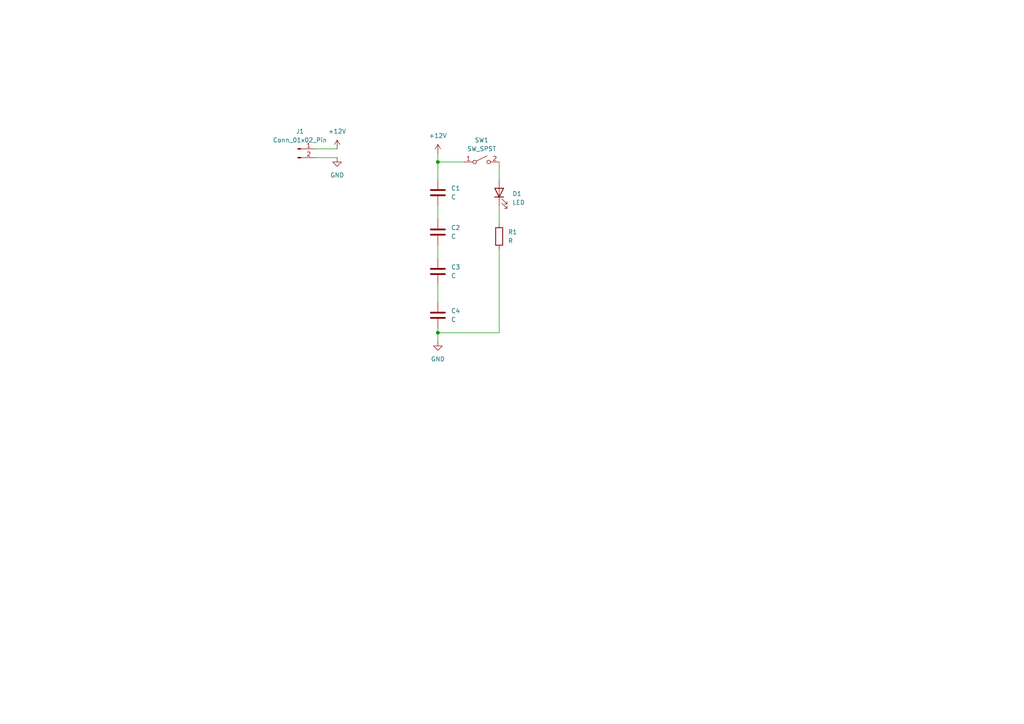
<source format=kicad_sch>
(kicad_sch (version 20250114) (generator "eeschema") (generator_version "9.0")
  (paper "A4")
  (lib_symbols
    (symbol "Connector:Conn_01x02_Pin" (pin_names (offset 1.016) (hide yes))
      (property "Reference" "J" (at 0 2.54 0))
      (property "Value" "Conn_01x02_Pin" (at 0 -5.08 0))
      (symbol "Conn_01x02_Pin_1_1"
        (rectangle (start 0.8636 0.127) (end 0 -0.127) (stroke (width 0.1524)) (fill (type outline)))
        (rectangle (start 0.8636 -2.413) (end 0 -2.667) (stroke (width 0.1524)) (fill (type outline)))
        (polyline (pts (xy 1.27 0) (xy 0.8636 0)) (stroke (width 0.1524)))
        (polyline (pts (xy 1.27 -2.54) (xy 0.8636 -2.54)) (stroke (width 0.1524)))
        (pin passive line (at 5.08 0 180) (length 3.81) (name "Pin_1") (number "1"))
        (pin passive line (at 5.08 -2.54 180) (length 3.81) (name "Pin_2") (number "2"))
      )
    )
    (symbol "Device:C" (pin_numbers (hide yes)) (pin_names (offset 0.254))
      (property "Reference" "C" (at 0.635 2.54 0))
      (property "Value" "C" (at 0.635 -2.54 0))
      (symbol "C_0_1"
        (polyline (pts (xy -2.032 0.762) (xy 2.032 0.762)) (stroke (width 0.508)))
        (polyline (pts (xy -2.032 -0.762) (xy 2.032 -0.762)) (stroke (width 0.508)))
      )
      (symbol "C_1_1"
        (pin passive line (at 0 3.81 270) (length 2.794) (name "~") (number "1"))
        (pin passive line (at 0 -3.81 90) (length 2.794) (name "~") (number "2"))
      )
    )
    (symbol "Device:LED" (pin_numbers (hide yes)) (pin_names (offset 1.016) (hide yes))
      (property "Reference" "D" (at 0 2.54 0))
      (property "Value" "LED" (at 0 -2.54 0))
      (symbol "LED_0_1"
        (polyline (pts (xy -3.048 -0.762) (xy -4.572 -2.286) (xy -3.81 -2.286) (xy -4.572 -2.286) (xy -4.572 -1.524)))
        (polyline (pts (xy -1.778 -0.762) (xy -3.302 -2.286) (xy -2.54 -2.286) (xy -3.302 -2.286) (xy -3.302 -1.524)))
        (polyline (pts (xy -1.27 0) (xy 1.27 0)))
        (polyline (pts (xy -1.27 -1.27) (xy -1.27 1.27)) (stroke (width 0.254)))
        (polyline (pts (xy 1.27 -1.27) (xy 1.27 1.27) (xy -1.27 0) (xy 1.27 -1.27)) (stroke (width 0.254)))
      )
      (symbol "LED_1_1"
        (pin passive line (at -3.81 0 0) (length 2.54) (name "K") (number "1"))
        (pin passive line (at 3.81 0 180) (length 2.54) (name "A") (number "2"))
      )
    )
    (symbol "Device:R" (pin_numbers (hide yes)) (pin_names (offset 0))
      (property "Reference" "R" (at 2.032 0 90))
      (property "Value" "R" (at 0 0 90))
      (symbol "R_0_1"
        (rectangle (start -1.016 -2.54) (end 1.016 2.54) (stroke (width 0.254)))
      )
      (symbol "R_1_1"
        (pin passive line (at 0 3.81 270) (length 1.27) (name "~") (number "1"))
        (pin passive line (at 0 -3.81 90) (length 1.27) (name "~") (number "2"))
      )
    )
    (symbol "Switch:SW_SPST" (pin_names (offset 0) (hide yes))
      (property "Reference" "SW" (at 0 3.175 0))
      (property "Value" "SW_SPST" (at 0 -2.54 0))
      (symbol "SW_SPST_0_0"
        (circle (center -2.032 0) (radius 0.508))
        (polyline (pts (xy -1.524 0.254) (xy 1.524 1.778)))
        (circle (center 2.032 0) (radius 0.508))
      )
      (symbol "SW_SPST_1_1"
        (pin passive line (at -5.08 0 0) (length 2.54) (name "A") (number "1"))
        (pin passive line (at 5.08 0 180) (length 2.54) (name "B") (number "2"))
      )
    )
    (symbol "power:+12V" (power) (pin_numbers (hide yes)) (pin_names (offset 0) (hide yes))
      (property "Value" "+12V" (at 0 3.556 0))
      (symbol "+12V_0_1"
        (polyline (pts (xy -0.762 1.27) (xy 0 2.54)))
        (polyline (pts (xy 0 2.54) (xy 0.762 1.27)))
        (polyline (pts (xy 0 0) (xy 0 2.54)))
      )
      (symbol "+12V_1_1"
        (pin power_in line (at 0 0 90) (length 0) (name "~") (number "1"))
      )
    )
    (symbol "power:GND" (power) (pin_numbers (hide yes)) (pin_names (offset 0) (hide yes))
      (property "Value" "GND" (at 0 -3.81 0))
      (symbol "GND_0_1"
        (polyline (pts (xy 0 0) (xy 0 -1.27) (xy 1.27 -1.27) (xy 0 -2.54) (xy -1.27 -1.27) (xy 0 -1.27)))
      )
      (symbol "GND_1_1"
        (pin power_in line (at 0 0 270) (length 0) (name "~") (number "1"))
      )
    )
  )
  (junction (at 127 96.52))
  (junction (at 127 46.99))
  (wire (pts (xy 127 46.99) (xy 127 52.07)))
  (wire (pts (xy 127 46.99) (xy 134.62 46.99)))
  (wire (pts (xy 127 96.52) (xy 127 99.06)))
  (wire (pts (xy 127 95.25) (xy 127 96.52)))
  (wire (pts (xy 144.78 46.99) (xy 144.78 52.07)))
  (wire (pts (xy 127 59.69) (xy 127 63.5)))
  (wire (pts (xy 91.44 43.18) (xy 97.79 43.18)))
  (wire (pts (xy 127 71.12) (xy 127 74.93)))
  (wire (pts (xy 91.44 45.72) (xy 97.79 45.72)))
  (wire (pts (xy 127 44.45) (xy 127 46.99)))
  (wire (pts (xy 144.78 72.39) (xy 144.78 96.52)))
  (wire (pts (xy 144.78 96.52) (xy 127 96.52)))
  (wire (pts (xy 127 82.55) (xy 127 87.63)))
  (wire (pts (xy 144.78 59.69) (xy 144.78 64.77)))
  (symbol (lib_id "Switch:SW_SPST") (at 139.7 46.99 0) (unit 1)
    (property "Reference" "SW1" (at 139.7 40.64 0))
    (property "Value" "SW_SPST" (at 139.7 43.18 0))
    (property "Description" "Single Pole Single Throw (SPST) switch" (effects (hide yes)))
  )
  (symbol (lib_id "Device:R") (at 144.78 68.58 0) (unit 1)
    (property "Reference" "R1" (at 147.32 67.3099 0) (effects (justify left)))
    (property "Value" "R" (at 147.32 69.8499 0) (effects (justify left)))
    (property "Description" "Resistor" (effects (hide yes)))
  )
  (symbol (lib_id "power:+12V") (at 97.79 43.18 0) (unit 1)
    (property "Reference" "#PWR01" (effects (hide yes)))
    (property "Value" "+12V" (at 97.79 38.1 0))
    (property "Description" "Power symbol creates a global label with name \"+12V\"" (effects (hide yes)))
  )
  (symbol (lib_id "power:+12V") (at 127 44.45 0) (unit 1)
    (property "Reference" "#PWR02" (effects (hide yes)))
    (property "Value" "+12V" (at 127 39.37 0))
    (property "Description" "Power symbol creates a global label with name \"+12V\"" (effects (hide yes)))
  )
  (symbol (lib_id "power:GND") (at 97.79 45.72 0) (unit 1)
    (property "Reference" "#PWR03" (effects (hide yes)))
    (property "Value" "GND" (at 97.79 50.8 0))
    (property "Description" "Power symbol creates a global label with name \"GND\" , ground" (effects (hide yes)))
  )
  (symbol (lib_id "Device:C") (at 127 78.74 0) (unit 1)
    (property "Reference" "C3" (at 130.81 77.4699 0) (effects (justify left)))
    (property "Value" "C" (at 130.81 80.0099 0) (effects (justify left)))
    (property "Description" "Unpolarized capacitor" (effects (hide yes)))
  )
  (symbol (lib_id "power:GND") (at 127 99.06 0) (unit 1)
    (property "Reference" "#PWR04" (effects (hide yes)))
    (property "Value" "GND" (at 127 104.14 0))
    (property "Description" "Power symbol creates a global label with name \"GND\" , ground" (effects (hide yes)))
  )
  (symbol (lib_id "Device:C") (at 127 91.44 0) (unit 1)
    (property "Reference" "C4" (at 130.81 90.1699 0) (effects (justify left)))
    (property "Value" "C" (at 130.81 92.7099 0) (effects (justify left)))
    (property "Description" "Unpolarized capacitor" (effects (hide yes)))
  )
  (symbol (lib_id "Device:C") (at 127 55.88 0) (unit 1)
    (property "Reference" "C1" (at 130.81 54.6099 0) (effects (justify left)))
    (property "Value" "C" (at 130.81 57.1499 0) (effects (justify left)))
    (property "Description" "Unpolarized capacitor" (effects (hide yes)))
  )
  (symbol (lib_id "Device:C") (at 127 67.31 0) (unit 1)
    (property "Reference" "C2" (at 130.81 66.0399 0) (effects (justify left)))
    (property "Value" "C" (at 130.81 68.5799 0) (effects (justify left)))
    (property "Description" "Unpolarized capacitor" (effects (hide yes)))
  )
  (symbol (lib_id "Device:LED") (at 144.78 55.88 90) (unit 1)
    (property "Reference" "D1" (at 148.59 56.1974 90) (effects (justify right)))
    (property "Value" "LED" (at 148.59 58.7374 90) (effects (justify right)))
    (property "Description" "Light emitting diode" (effects (hide yes)))
    (property "Sim.Pins" "1=K 2=A" (effects (hide yes)))
  )
  (symbol (lib_id "Connector:Conn_01x02_Pin") (at 86.36 43.18 0) (unit 1)
    (property "Reference" "J1" (at 86.995 38.1 0))
    (property "Value" "Conn_01x02_Pin" (at 86.995 40.64 0))
    (property "Description" "Generic connector, single row, 01x02, script generated" (effects (hide yes)))
  )
)
</source>
